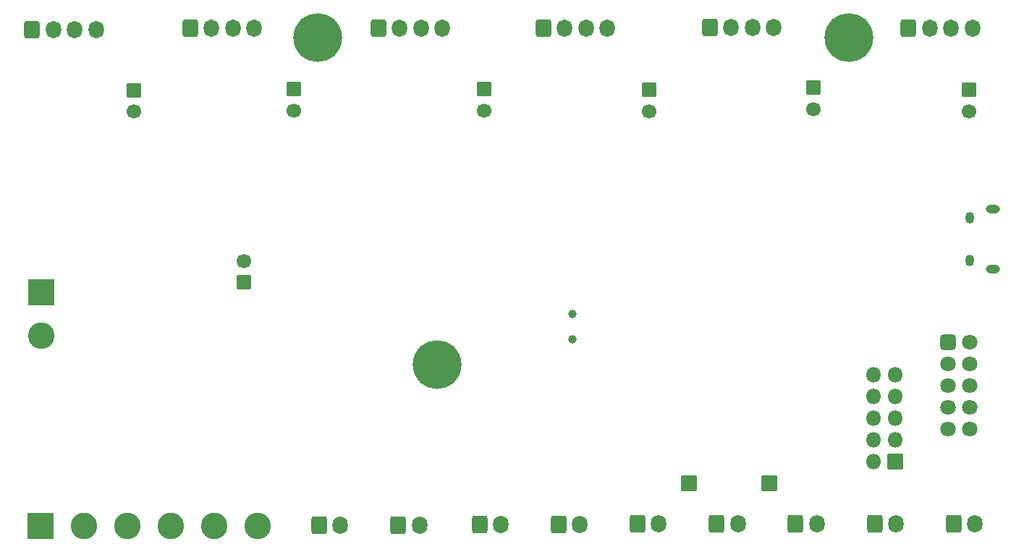
<source format=gbr>
%TF.GenerationSoftware,KiCad,Pcbnew,(6.0.0)*%
%TF.CreationDate,2022-02-28T19:19:02-05:00*%
%TF.ProjectId,MP3DP_Controller,4d503344-505f-4436-9f6e-74726f6c6c65,rev?*%
%TF.SameCoordinates,Original*%
%TF.FileFunction,Soldermask,Bot*%
%TF.FilePolarity,Negative*%
%FSLAX46Y46*%
G04 Gerber Fmt 4.6, Leading zero omitted, Abs format (unit mm)*
G04 Created by KiCad (PCBNEW (6.0.0)) date 2022-02-28 19:19:02*
%MOMM*%
%LPD*%
G01*
G04 APERTURE LIST*
G04 Aperture macros list*
%AMRoundRect*
0 Rectangle with rounded corners*
0 $1 Rounding radius*
0 $2 $3 $4 $5 $6 $7 $8 $9 X,Y pos of 4 corners*
0 Add a 4 corners polygon primitive as box body*
4,1,4,$2,$3,$4,$5,$6,$7,$8,$9,$2,$3,0*
0 Add four circle primitives for the rounded corners*
1,1,$1+$1,$2,$3*
1,1,$1+$1,$4,$5*
1,1,$1+$1,$6,$7*
1,1,$1+$1,$8,$9*
0 Add four rect primitives between the rounded corners*
20,1,$1+$1,$2,$3,$4,$5,0*
20,1,$1+$1,$4,$5,$6,$7,0*
20,1,$1+$1,$6,$7,$8,$9,0*
20,1,$1+$1,$8,$9,$2,$3,0*%
G04 Aperture macros list end*
%ADD10C,5.700000*%
%ADD11RoundRect,0.300000X-0.600000X-0.725000X0.600000X-0.725000X0.600000X0.725000X-0.600000X0.725000X0*%
%ADD12O,1.800000X2.050000*%
%ADD13RoundRect,0.300000X-0.600000X-0.750000X0.600000X-0.750000X0.600000X0.750000X-0.600000X0.750000X0*%
%ADD14O,1.800000X2.100000*%
%ADD15RoundRect,0.050000X0.850000X0.850000X-0.850000X0.850000X-0.850000X-0.850000X0.850000X-0.850000X0*%
%ADD16O,1.800000X1.800000*%
%ADD17C,1.000000*%
%ADD18RoundRect,0.050000X-0.800000X0.800000X-0.800000X-0.800000X0.800000X-0.800000X0.800000X0.800000X0*%
%ADD19C,1.700000*%
%ADD20RoundRect,0.050000X-1.500000X-1.500000X1.500000X-1.500000X1.500000X1.500000X-1.500000X1.500000X0*%
%ADD21C,3.100000*%
%ADD22RoundRect,0.050000X-0.850000X-0.850000X0.850000X-0.850000X0.850000X0.850000X-0.850000X0.850000X0*%
%ADD23O,1.050000X1.350000*%
%ADD24O,1.650000X0.990000*%
%ADD25RoundRect,0.050000X0.800000X-0.800000X0.800000X0.800000X-0.800000X0.800000X-0.800000X-0.800000X0*%
%ADD26RoundRect,0.050000X-1.500000X1.500000X-1.500000X-1.500000X1.500000X-1.500000X1.500000X1.500000X0*%
%ADD27RoundRect,0.300000X-0.600000X-0.600000X0.600000X-0.600000X0.600000X0.600000X-0.600000X0.600000X0*%
%ADD28C,1.800000*%
G04 APERTURE END LIST*
D10*
%TO.C,H2*%
X64250000Y-30650000D03*
%TD*%
D11*
%TO.C,J8*%
X90650000Y-29588629D03*
D12*
X93150000Y-29588629D03*
X95650000Y-29588629D03*
X98150000Y-29588629D03*
%TD*%
D13*
%TO.C,J18*%
X129400000Y-87600000D03*
D14*
X131900000Y-87600000D03*
%TD*%
D13*
%TO.C,J11*%
X110900000Y-87600000D03*
D14*
X113400000Y-87600000D03*
%TD*%
D11*
%TO.C,J13*%
X133370000Y-29539758D03*
D12*
X135870000Y-29539758D03*
X138370000Y-29539758D03*
X140870000Y-29539758D03*
%TD*%
D11*
%TO.C,J12*%
X110100000Y-29513629D03*
D12*
X112600000Y-29513629D03*
X115100000Y-29513629D03*
X117600000Y-29513629D03*
%TD*%
D15*
%TO.C,J2*%
X131850000Y-80250000D03*
D16*
X129310000Y-80250000D03*
X131850000Y-77710000D03*
X129310000Y-77710000D03*
X131850000Y-75170000D03*
X129310000Y-75170000D03*
X131850000Y-72630000D03*
X129310000Y-72630000D03*
X131850000Y-70090000D03*
X129310000Y-70090000D03*
%TD*%
D11*
%TO.C,J7*%
X30830000Y-29698569D03*
D12*
X33330000Y-29698569D03*
X35830000Y-29698569D03*
X38330000Y-29698569D03*
%TD*%
D17*
%TO.C,SW1*%
X94070000Y-63000000D03*
X94070000Y-66000000D03*
%TD*%
D11*
%TO.C,J3*%
X71350000Y-29594879D03*
D12*
X73850000Y-29594879D03*
X76350000Y-29594879D03*
X78850000Y-29594879D03*
%TD*%
D18*
%TO.C,C66*%
X140450000Y-36767621D03*
D19*
X140450000Y-39267621D03*
%TD*%
D20*
%TO.C,J6*%
X31850000Y-87775000D03*
D21*
X36930000Y-87775000D03*
X42010000Y-87775000D03*
X47090000Y-87775000D03*
X52170000Y-87775000D03*
X57250000Y-87775000D03*
%TD*%
D13*
%TO.C,J17*%
X64400000Y-87725000D03*
D14*
X66900000Y-87725000D03*
%TD*%
D11*
%TO.C,J4*%
X49330000Y-29598569D03*
D12*
X51830000Y-29598569D03*
X54330000Y-29598569D03*
X56830000Y-29598569D03*
%TD*%
D18*
%TO.C,C65*%
X122250000Y-36517621D03*
D19*
X122250000Y-39017621D03*
%TD*%
D13*
%TO.C,J16*%
X101650000Y-87600000D03*
D14*
X104150000Y-87600000D03*
%TD*%
D10*
%TO.C,H3*%
X126400000Y-30650000D03*
%TD*%
D13*
%TO.C,J14*%
X92400000Y-87625000D03*
D14*
X94900000Y-87625000D03*
%TD*%
D18*
%TO.C,C46*%
X42780000Y-36808811D03*
D19*
X42780000Y-39308811D03*
%TD*%
D13*
%TO.C,J20*%
X138650000Y-87600000D03*
D14*
X141150000Y-87600000D03*
%TD*%
D18*
%TO.C,C28*%
X83750000Y-36705121D03*
D19*
X83750000Y-39205121D03*
%TD*%
D22*
%TO.C,J21*%
X117100000Y-82800000D03*
%TD*%
D23*
%TO.C,J5*%
X140515000Y-56750000D03*
D24*
X143215000Y-57750000D03*
D23*
X140515000Y-51750000D03*
D24*
X143215000Y-50750000D03*
%TD*%
D25*
%TO.C,C30*%
X55600000Y-59300000D03*
D19*
X55600000Y-56800000D03*
%TD*%
D26*
%TO.C,J1*%
X31900000Y-60460000D03*
D21*
X31900000Y-65540000D03*
%TD*%
D13*
%TO.C,J15*%
X120150000Y-87600000D03*
D14*
X122650000Y-87600000D03*
%TD*%
D10*
%TO.C,H1*%
X78190000Y-68930000D03*
%TD*%
D18*
%TO.C,C47*%
X103050000Y-36767621D03*
D19*
X103050000Y-39267621D03*
%TD*%
D27*
%TO.C,J9*%
X137950000Y-66300000D03*
D28*
X140490000Y-66300000D03*
X137950000Y-68840000D03*
X140490000Y-68840000D03*
X137950000Y-71380000D03*
X140490000Y-71380000D03*
X137950000Y-73920000D03*
X140490000Y-73920000D03*
X137950000Y-76460000D03*
X140490000Y-76460000D03*
%TD*%
D13*
%TO.C,J10*%
X83170000Y-87625000D03*
D14*
X85670000Y-87625000D03*
%TD*%
D22*
%TO.C,J22*%
X107650000Y-82850000D03*
%TD*%
D13*
%TO.C,J19*%
X73650000Y-87700000D03*
D14*
X76150000Y-87700000D03*
%TD*%
D18*
%TO.C,C29*%
X61480000Y-36708811D03*
D19*
X61480000Y-39208811D03*
%TD*%
M02*

</source>
